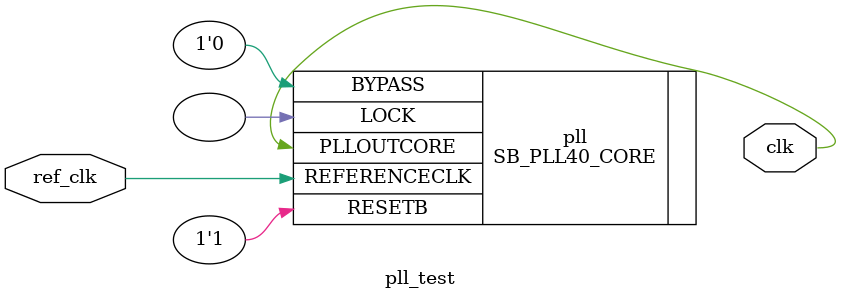
<source format=v>
module pll_test(
	input ref_clk,

	output clk
);
	
	SB_PLL40_CORE #(
		.FEEDBACK_PATH("SIMPLE"), // don't use fine delay adjustment
		.PLLOUT_SELECT("GENCLK"), // no phase shift on output
		.DIVR(4'b0000),			  // reference clock divider
		.DIVF(7'b1001111),		  // feedback clock divider
		.DIVQ(3'b011),			  // VCO clock divider
		.FILTER_RANGE(3'b001)
	) pll (
		.REFERENCECLK(ref_clk),
		.PLLOUTCORE(clk),
		.LOCK(),				  // this lets you know that the pll is working and it has locked the output phase to the input phase
		.RESETB(1'b1),			  // active low reset
		.BYPASS(1'b0)			  // no bypass, use PLL signal as output
	);

endmodule

</source>
